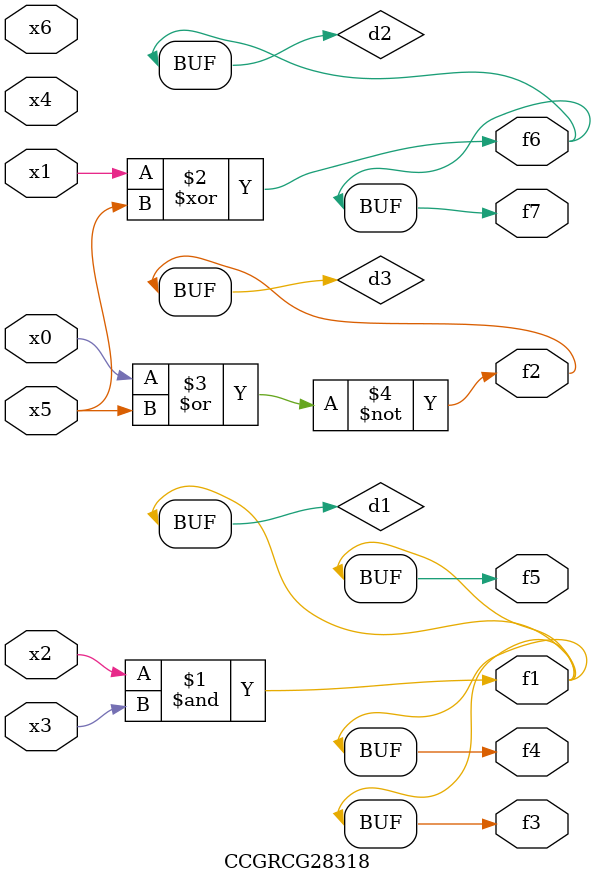
<source format=v>
module CCGRCG28318(
	input x0, x1, x2, x3, x4, x5, x6,
	output f1, f2, f3, f4, f5, f6, f7
);

	wire d1, d2, d3;

	and (d1, x2, x3);
	xor (d2, x1, x5);
	nor (d3, x0, x5);
	assign f1 = d1;
	assign f2 = d3;
	assign f3 = d1;
	assign f4 = d1;
	assign f5 = d1;
	assign f6 = d2;
	assign f7 = d2;
endmodule

</source>
